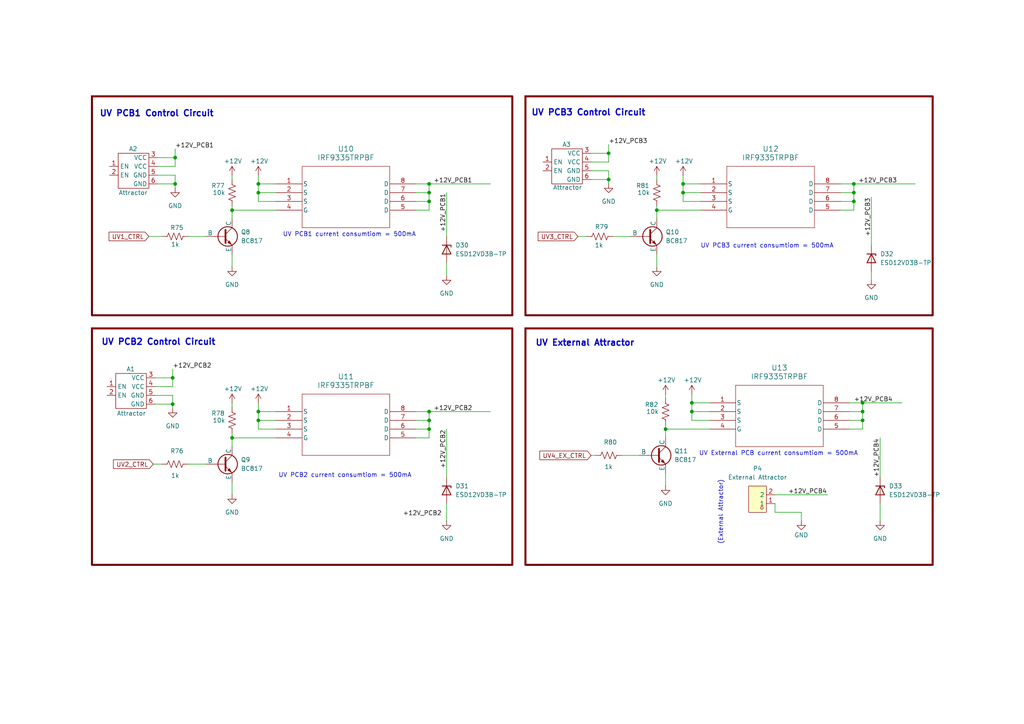
<source format=kicad_sch>
(kicad_sch (version 20250114) (generator "eeschema") (generator_version "9.0")
  (paper "A4")
  (lib_symbols
    (symbol "2025-05-03_11-59-41:IRF9335TRPBF" (pin_names (offset 0.254))
      (property "Reference" "U" (at 20.32 10.16 0))
      (property "Value" "IRF9335TRPBF" (at 20.32 7.62 0))
      (symbol "IRF9335TRPBF_0_1"
        (polyline (pts (xy 7.62 5.08) (xy 7.62 -12.7)) (stroke (width 0.127)))
        (polyline (pts (xy 7.62 -12.7) (xy 33.02 -12.7)) (stroke (width 0.127)))
        (polyline (pts (xy 33.02 5.08) (xy 7.62 5.08)) (stroke (width 0.127)))
        (polyline (pts (xy 33.02 -12.7) (xy 33.02 5.08)) (stroke (width 0.127)))
        (pin unspecified line (at 0 0 0) (length 7.62) (name "S") (number "1"))
        (pin unspecified line (at 0 -2.54 0) (length 7.62) (name "S") (number "2"))
        (pin unspecified line (at 0 -5.08 0) (length 7.62) (name "S") (number "3"))
        (pin unspecified line (at 0 -7.62 0) (length 7.62) (name "G") (number "4"))
        (pin unspecified line (at 40.64 0 180) (length 7.62) (name "D") (number "8"))
        (pin unspecified line (at 40.64 -2.54 180) (length 7.62) (name "D") (number "7"))
        (pin unspecified line (at 40.64 -5.08 180) (length 7.62) (name "D") (number "6"))
        (pin unspecified line (at 40.64 -7.62 180) (length 7.62) (name "D") (number "5"))
      )
    )
    (symbol "BC817:BC817_NPN_BJT" (pin_numbers (hide yes)) (pin_names (offset 0))
      (property "Reference" "Q" (at -2.54 7.62 0))
      (property "Value" "BC817_NPN_BJT" (at -2.54 5.08 0))
      (symbol "BC817_NPN_BJT_0_1"
        (polyline (pts (xy -2.54 0) (xy 0.635 0)) (stroke (width 0.1524)))
        (polyline (pts (xy 0.635 1.905) (xy 0.635 -1.905) (xy 0.635 -1.905)) (stroke (width 0.508)))
        (polyline (pts (xy 0.635 0.635) (xy 2.54 2.54)))
        (polyline (pts (xy 0.635 -0.635) (xy 2.54 -2.54) (xy 2.54 -2.54)))
        (circle (center 1.27 0) (radius 2.8194) (stroke (width 0.254)))
        (polyline (pts (xy 1.27 -1.778) (xy 1.778 -1.27) (xy 2.286 -2.286) (xy 1.27 -1.778) (xy 1.27 -1.778)) (fill (type outline)))
        (polyline (pts (xy 2.794 -1.27) (xy 2.794 -1.27)) (stroke (width 0.1524)))
        (polyline (pts (xy 2.794 -1.27) (xy 2.794 -1.27)) (stroke (width 0.1524)))
      )
      (symbol "BC817_NPN_BJT_1_1"
        (pin input line (at -5.08 0 0) (length 2.54) (name "B") (number "1"))
        (pin open_collector line (at 2.54 5.08 270) (length 2.54) (name "C") (number "3"))
        (pin open_emitter line (at 2.54 -5.08 90) (length 2.54) (name "E") (number "2"))
      )
    )
    (symbol "Device:R_US" (pin_numbers (hide yes)) (pin_names (offset 0))
      (property "Reference" "R" (at 2.54 0 90))
      (property "Value" "R_US" (at -2.54 0 90))
      (symbol "R_US_0_1"
        (polyline (pts (xy 0 2.286) (xy 0 2.54)))
        (polyline (pts (xy 0 2.286) (xy 1.016 1.905) (xy 0 1.524) (xy -1.016 1.143) (xy 0 0.762)))
        (polyline (pts (xy 0 0.762) (xy 1.016 0.381) (xy 0 0) (xy -1.016 -0.381) (xy 0 -0.762)))
        (polyline (pts (xy 0 -0.762) (xy 1.016 -1.143) (xy 0 -1.524) (xy -1.016 -1.905) (xy 0 -2.286)))
        (polyline (pts (xy 0 -2.286) (xy 0 -2.54)))
      )
      (symbol "R_US_1_1"
        (pin passive line (at 0 3.81 270) (length 1.27) (name "~") (number "1"))
        (pin passive line (at 0 -3.81 90) (length 1.27) (name "~") (number "2"))
      )
    )
    (symbol "Diode:ESD5Zxx" (pin_numbers (hide yes)) (pin_names (hide yes))
      (property "Reference" "D" (at 0 2.54 0))
      (property "Value" "ESD5Zxx" (at 0 -2.54 0))
      (symbol "ESD5Zxx_0_1"
        (polyline (pts (xy -1.27 -1.27) (xy -1.27 1.27) (xy -0.762 1.27)) (stroke (width 0.254)))
        (polyline (pts (xy 1.27 0) (xy -1.27 0)))
        (polyline (pts (xy 1.27 -1.27) (xy 1.27 1.27) (xy -1.27 0) (xy 1.27 -1.27)) (stroke (width 0.254)))
      )
      (symbol "ESD5Zxx_1_1"
        (pin passive line (at -3.81 0 0) (length 2.54) (name "K") (number "1"))
        (pin passive line (at 3.81 0 180) (length 2.54) (name "A") (number "2"))
      )
    )
    (symbol "attractor:Attractor_Module"
      (property "Reference" "A" (at 0.508 1.016 0))
      (symbol "Attractor_Module_0_1"
        (rectangle (start -3.81 0) (end 5.08 -10.16))
        (rectangle (start 0 0) (end 0 0))
      )
      (symbol "Attractor_Module_1_1"
        (pin input line (at -6.35 -3.81 0) (length 2.54) (name "EN") (number "1"))
        (pin input line (at -6.35 -6.35 0) (length 2.54) (name "EN") (number "2"))
        (pin input line (at 7.62 -1.27 180) (length 2.54) (name "VCC") (number "3"))
        (pin input line (at 7.62 -3.81 180) (length 2.54) (name "VCC") (number "4"))
        (pin input line (at 7.62 -6.35 180) (length 2.54) (name "GND") (number "5"))
        (pin input line (at 7.62 -8.89 180) (length 2.54) (name "GND") (number "6"))
      )
    )
    (symbol "easyeda2kicad:DB301V-3.5-2P-GN"
      (property "Reference" "U" (at 0 6.35 0))
      (property "Value" "DB301V-3.5-2P-GN" (at 0 -6.35 0))
      (symbol "DB301V-3.5-2P-GN_0_1"
        (rectangle (start -2.54 3.81) (end 2.54 -3.81) (fill (type background)))
        (circle (center -1.27 2.54) (radius 0.38))
        (pin unspecified line (at -5.08 1.27 0) (length 2.54) (name "1") (number "1"))
        (pin unspecified line (at -5.08 -1.27 0) (length 2.54) (name "2") (number "2"))
      )
    )
    (symbol "power:+12V" (power) (pin_numbers (hide yes)) (pin_names (offset 0) (hide yes))
      (property "Value" "+12V" (at 0 3.556 0))
      (symbol "+12V_0_1"
        (polyline (pts (xy -0.762 1.27) (xy 0 2.54)))
        (polyline (pts (xy 0 2.54) (xy 0.762 1.27)))
        (polyline (pts (xy 0 0) (xy 0 2.54)))
      )
      (symbol "+12V_1_1"
        (pin power_in line (at 0 0 90) (length 0) (name "~") (number "1"))
      )
    )
    (symbol "power:GND" (power) (pin_numbers (hide yes)) (pin_names (offset 0) (hide yes))
      (property "Value" "GND" (at 0 -3.81 0))
      (symbol "GND_0_1"
        (polyline (pts (xy 0 0) (xy 0 -1.27) (xy 1.27 -1.27) (xy 0 -2.54) (xy -1.27 -1.27) (xy 0 -1.27)))
      )
      (symbol "GND_1_1"
        (pin power_in line (at 0 0 270) (length 0) (name "~") (number "1"))
      )
    )
  )
  (rectangle (start 26.67 27.94) (end 148.59 91.44) (stroke (width 0.5842) (color 110 0 0 1)))
  (rectangle (start 152.4 27.94) (end 270.51 91.44) (stroke (width 0.5842) (color 110 0 0 1)))
  (rectangle (start 152.4 95.25) (end 270.51 163.83) (stroke (width 0.5842) (color 110 0 0 1)))
  (rectangle (start 26.67 95.25) (end 148.59 163.83) (stroke (width 0.5842) (color 110 0 0 1)))
  (text "UV External Attractor" (at 169.672 99.568 0) (effects (font (size 1.778 1.778) (thickness 0.3556) (bold yes))))
  (text "(External Attractor)" (at 209.042 148.59 90) (effects (font (size 1.27 1.27))))
  (text "UV PCB1 Control Circuit" (at 45.466 33.02 0) (effects (font (size 1.778 1.778) (thickness 0.3556) (bold yes))))
  (text "UV PCB3 Control Circuit" (at 170.688 32.766 0) (effects (font (size 1.778 1.778) (thickness 0.3556) (bold yes))))
  (text "UV PCB1 current consumtiom = 500mA" (at 101.346 68.072 0) (effects (font (size 1.27 1.27))))
  (text "UV PCB2 current consumtiom = 500mA" (at 100.076 137.922 0) (effects (font (size 1.27 1.27))))
  (text "UV PCB3 current consumtiom = 500mA" (at 222.504 71.374 0) (effects (font (size 1.27 1.27))))
  (text "UV PCB2 Control Circuit" (at 45.974 99.314 0) (effects (font (size 1.778 1.778) (thickness 0.3556) (bold yes))))
  (text "UV External PCB current consumtiom = 500mA" (at 225.806 131.572 0) (effects (font (size 1.27 1.27))))
  (junction (at 250.19 121.92))
  (junction (at 124.46 55.88))
  (junction (at 50.0835 109.5921))
  (junction (at 176.53 52.07))
  (junction (at 190.5 60.96))
  (junction (at 247.65 53.34))
  (junction (at 247.65 58.42))
  (junction (at 74.93 55.88))
  (junction (at 124.46 119.38))
  (junction (at 176.53 44.45))
  (junction (at 193.04 124.46))
  (junction (at 198.12 53.34))
  (junction (at 74.93 53.34))
  (junction (at 124.46 53.34))
  (junction (at 250.19 119.38))
  (junction (at 67.31 60.96))
  (junction (at 74.93 119.38))
  (junction (at 250.19 116.84))
  (junction (at 247.65 55.88))
  (junction (at 124.46 121.92))
  (junction (at 50.8 53.34))
  (junction (at 67.31 127))
  (junction (at 200.66 119.38))
  (junction (at 74.93 121.92))
  (junction (at 50.0835 117.2121))
  (junction (at 200.66 116.84))
  (junction (at 124.46 58.42))
  (junction (at 198.12 55.88))
  (junction (at 124.46 124.46))
  (junction (at 50.8 45.72))
  (wire (pts (xy 190.5 60.96) (xy 190.5 59.69)))
  (wire (pts (xy 67.31 60.96) (xy 67.31 63.5)))
  (wire (pts (xy 50.0835 117.2121) (xy 50.0835 114.6721)))
  (wire (pts (xy 243.84 58.42) (xy 247.65 58.42)))
  (wire (pts (xy 193.04 137.16) (xy 193.04 140.97)))
  (wire (pts (xy 67.31 60.96) (xy 67.31 59.69)))
  (wire (pts (xy 80.01 124.46) (xy 74.93 124.46)))
  (wire (pts (xy 203.2 53.34) (xy 198.12 53.34)))
  (wire (pts (xy 205.74 124.46) (xy 193.04 124.46)))
  (wire (pts (xy 190.5 50.8) (xy 190.5 52.07)))
  (wire (pts (xy 43.18 68.58) (xy 46.99 68.58)))
  (wire (pts (xy 50.0835 107.0521) (xy 50.0835 109.5921)))
  (wire (pts (xy 50.0835 118.4821) (xy 50.0835 117.2121)))
  (wire (pts (xy 232.41 148.59) (xy 224.79 148.59)))
  (wire (pts (xy 67.31 116.84) (xy 67.31 118.11)))
  (wire (pts (xy 224.79 143.51) (xy 240.03 143.51)))
  (wire (pts (xy 124.46 55.88) (xy 124.46 53.34)))
  (wire (pts (xy 243.84 60.96) (xy 247.65 60.96)))
  (wire (pts (xy 246.38 116.84) (xy 250.19 116.84)))
  (wire (pts (xy 193.04 124.46) (xy 193.04 127)))
  (wire (pts (xy 247.65 58.42) (xy 247.65 55.88)))
  (wire (pts (xy 74.93 121.92) (xy 74.93 119.38)))
  (wire (pts (xy 205.74 116.84) (xy 200.66 116.84)))
  (wire (pts (xy 243.84 55.88) (xy 247.65 55.88)))
  (wire (pts (xy 124.46 127) (xy 124.46 124.46)))
  (wire (pts (xy 203.2 60.96) (xy 190.5 60.96)))
  (wire (pts (xy 45.0035 109.5921) (xy 50.0835 109.5921)))
  (wire (pts (xy 45.0035 117.2121) (xy 50.0835 117.2121)))
  (wire (pts (xy 176.53 52.07) (xy 176.53 49.53)))
  (wire (pts (xy 176.53 41.91) (xy 176.53 44.45)))
  (wire (pts (xy 180.34 132.08) (xy 185.42 132.08)))
  (wire (pts (xy 255.27 127) (xy 255.27 138.43)))
  (wire (pts (xy 80.01 121.92) (xy 74.93 121.92)))
  (wire (pts (xy 129.54 68.58) (xy 129.54 55.88)))
  (wire (pts (xy 50.8 54.61) (xy 50.8 53.34)))
  (wire (pts (xy 232.41 151.13) (xy 232.41 148.59)))
  (wire (pts (xy 252.73 57.15) (xy 252.73 71.12)))
  (wire (pts (xy 50.0835 112.1321) (xy 50.0835 109.5921)))
  (wire (pts (xy 45.72 53.34) (xy 50.8 53.34)))
  (wire (pts (xy 67.31 139.7) (xy 67.31 143.51)))
  (wire (pts (xy 120.65 119.38) (xy 124.46 119.38)))
  (wire (pts (xy 80.01 119.38) (xy 74.93 119.38)))
  (wire (pts (xy 203.2 58.42) (xy 198.12 58.42)))
  (wire (pts (xy 120.65 55.88) (xy 124.46 55.88)))
  (wire (pts (xy 80.01 60.96) (xy 67.31 60.96)))
  (wire (pts (xy 171.45 44.45) (xy 176.53 44.45)))
  (wire (pts (xy 80.01 58.42) (xy 74.93 58.42)))
  (wire (pts (xy 45.72 45.72) (xy 50.8 45.72)))
  (wire (pts (xy 44.45 134.62) (xy 46.99 134.62)))
  (wire (pts (xy 203.2 55.88) (xy 198.12 55.88)))
  (wire (pts (xy 74.93 58.42) (xy 74.93 55.88)))
  (wire (pts (xy 224.79 146.05) (xy 224.79 148.59)))
  (wire (pts (xy 247.65 53.34) (xy 265.43 53.34)))
  (wire (pts (xy 177.8 68.58) (xy 182.88 68.58)))
  (wire (pts (xy 74.93 55.88) (xy 74.93 53.34)))
  (wire (pts (xy 50.8 43.18) (xy 50.8 45.72)))
  (wire (pts (xy 246.38 121.92) (xy 250.19 121.92)))
  (wire (pts (xy 252.73 78.74) (xy 252.73 81.28)))
  (wire (pts (xy 50.8 50.8) (xy 45.72 50.8)))
  (wire (pts (xy 120.65 58.42) (xy 124.46 58.42)))
  (wire (pts (xy 190.5 73.66) (xy 190.5 77.47)))
  (wire (pts (xy 74.93 124.46) (xy 74.93 121.92)))
  (wire (pts (xy 124.46 119.38) (xy 142.24 119.38)))
  (wire (pts (xy 120.65 124.46) (xy 124.46 124.46)))
  (wire (pts (xy 124.46 124.46) (xy 124.46 121.92)))
  (wire (pts (xy 200.66 121.92) (xy 200.66 119.38)))
  (wire (pts (xy 176.53 53.34) (xy 176.53 52.07)))
  (wire (pts (xy 200.66 119.38) (xy 200.66 116.84)))
  (wire (pts (xy 198.12 53.34) (xy 198.12 50.8)))
  (wire (pts (xy 54.61 68.58) (xy 59.69 68.58)))
  (wire (pts (xy 50.0835 114.6721) (xy 45.0035 114.6721)))
  (wire (pts (xy 67.31 50.8) (xy 67.31 52.07)))
  (wire (pts (xy 120.65 121.92) (xy 124.46 121.92)))
  (wire (pts (xy 74.93 53.34) (xy 74.93 50.8)))
  (wire (pts (xy 200.66 116.84) (xy 200.66 114.3)))
  (wire (pts (xy 171.45 52.07) (xy 176.53 52.07)))
  (wire (pts (xy 67.31 127) (xy 67.31 129.54)))
  (wire (pts (xy 50.8 53.34) (xy 50.8 50.8)))
  (wire (pts (xy 250.19 119.38) (xy 250.19 116.84)))
  (wire (pts (xy 246.38 119.38) (xy 250.19 119.38)))
  (wire (pts (xy 67.31 127) (xy 67.31 125.73)))
  (wire (pts (xy 129.54 76.2) (xy 129.54 80.01)))
  (wire (pts (xy 243.84 53.34) (xy 247.65 53.34)))
  (wire (pts (xy 205.74 119.38) (xy 200.66 119.38)))
  (wire (pts (xy 80.01 53.34) (xy 74.93 53.34)))
  (wire (pts (xy 198.12 58.42) (xy 198.12 55.88)))
  (wire (pts (xy 129.54 124.46) (xy 129.54 138.43)))
  (wire (pts (xy 255.27 146.05) (xy 255.27 151.13)))
  (wire (pts (xy 120.65 127) (xy 124.46 127)))
  (wire (pts (xy 50.8 48.26) (xy 50.8 45.72)))
  (wire (pts (xy 74.93 119.38) (xy 74.93 116.84)))
  (wire (pts (xy 176.53 46.99) (xy 176.53 44.45)))
  (wire (pts (xy 246.38 124.46) (xy 250.19 124.46)))
  (wire (pts (xy 124.46 60.96) (xy 124.46 58.42)))
  (wire (pts (xy 80.01 55.88) (xy 74.93 55.88)))
  (wire (pts (xy 193.04 114.3) (xy 193.04 115.57)))
  (wire (pts (xy 193.04 124.46) (xy 193.04 123.19)))
  (wire (pts (xy 54.61 134.62) (xy 59.69 134.62)))
  (wire (pts (xy 247.65 60.96) (xy 247.65 58.42)))
  (wire (pts (xy 124.46 121.92) (xy 124.46 119.38)))
  (wire (pts (xy 198.12 55.88) (xy 198.12 53.34)))
  (wire (pts (xy 250.19 124.46) (xy 250.19 121.92)))
  (wire (pts (xy 205.74 121.92) (xy 200.66 121.92)))
  (wire (pts (xy 176.53 49.53) (xy 171.45 49.53)))
  (wire (pts (xy 250.19 121.92) (xy 250.19 119.38)))
  (wire (pts (xy 167.64 68.58) (xy 170.18 68.58)))
  (wire (pts (xy 67.31 73.66) (xy 67.31 77.47)))
  (wire (pts (xy 190.5 60.96) (xy 190.5 63.5)))
  (wire (pts (xy 45.0035 112.1321) (xy 50.0835 112.1321)))
  (wire (pts (xy 124.46 58.42) (xy 124.46 55.88)))
  (wire (pts (xy 45.72 48.26) (xy 50.8 48.26)))
  (wire (pts (xy 120.65 53.34) (xy 124.46 53.34)))
  (wire (pts (xy 247.65 55.88) (xy 247.65 53.34)))
  (wire (pts (xy 129.54 146.05) (xy 129.54 151.13)))
  (wire (pts (xy 80.01 127) (xy 67.31 127)))
  (wire (pts (xy 120.65 60.96) (xy 124.46 60.96)))
  (wire (pts (xy 171.45 132.08) (xy 172.72 132.08)))
  (wire (pts (xy 124.46 53.34) (xy 142.24 53.34)))
  (wire (pts (xy 171.45 46.99) (xy 176.53 46.99)))
  (wire (pts (xy 250.19 116.84) (xy 261.62 116.84)))
  (label "+12V_PCB2" (at 129.54 135.89 90))
  (label "+12V_PCB4" (at 228.6 143.51 0))
  (label "+12V_PCB4" (at 247.65 116.84 0))
  (label "+12V_PCB1" (at 50.8 43.18 0))
  (label "+12V_PCB3" (at 248.92 53.34 0))
  (label "+12V_PCB2" (at 116.84 149.86 0))
  (label "+12V_PCB3" (at 176.53 41.91 0))
  (label "+12V_PCB4" (at 255.27 138.43 90))
  (label "+12V_PCB1" (at 129.54 67.31 90))
  (label "+12V_PCB2" (at 50.0835 107.0521 0))
  (label "+12V_PCB2" (at 125.73 119.38 0))
  (label "+12V_PCB3" (at 252.73 68.58 90))
  (label "+12V_PCB1" (at 125.73 53.34 0))
  (global_label "UV1_CTRL" (shape input) (at 43.18 68.58 180) (property "Intersheetrefs" "${INTERSHEET_REFS}" (effects (hide yes))))
  (global_label "UV4_EX_CTRL" (shape input) (at 171.45 132.08 180) (property "Intersheetrefs" "${INTERSHEET_REFS}" (effects (hide yes))))
  (global_label "UV2_CTRL" (shape input) (at 44.45 134.62 180) (property "Intersheetrefs" "${INTERSHEET_REFS}" (effects (hide yes))))
  (global_label "UV3_CTRL" (shape input) (at 167.64 68.58 180) (property "Intersheetrefs" "${INTERSHEET_REFS}" (effects (hide yes))))
  (symbol (lib_id "2025-05-03_11-59-41:IRF9335TRPBF") (at 203.2 53.34 0) (unit 1)
    (property "Reference" "U12" (at 223.52 43.18 0) (effects (font (size 1.524 1.524))))
    (property "Value" "IRF9335TRPBF" (at 223.52 45.72 0) (effects (font (size 1.524 1.524))))
    (property "Footprint" "Package_SO:SOIC-8_3.9x4.9mm_P1.27mm" (effects (hide yes)))
    (property "Datasheet" "IRF9335TRPBF" (effects (hide yes)))
    (property "Description" "P-Channel 30 V 5.4A (Ta) 2.5W (Ta) Surface Mount 8-SO" (effects (hide yes)))
    (property "LCSC Part no " "C41355033" (effects (hide yes)))
    (property "Digikey Part No" "IRF9335TRPBF" (effects (hide yes)))
  )
  (symbol (lib_id "power:GND") (at 129.54 80.01 0) (unit 1)
    (property "Reference" "#PWR090" (effects (hide yes)))
    (property "Value" "GND" (at 129.54 85.09 0))
    (property "Description" "Power symbol creates a global label with name \"GND\" , ground" (effects (hide yes)))
  )
  (symbol (lib_id "BC817:BC817_NPN_BJT") (at 64.77 68.58 0) (unit 1)
    (property "Reference" "Q8" (at 69.85 67.3099 0) (effects (justify left)))
    (property "Value" "BC817" (at 69.85 69.8499 0) (effects (justify left)))
    (property "Footprint" "Package_TO_SOT_SMD:SOT-23" (effects (hide yes)))
    (property "Datasheet" "https://ngspice.sourceforge.io/docs/ngspice-html-manual/manual.xhtml#cha_BJTs" (effects (hide yes)))
    (property "Description" "Bipolar transistor symbol for simulation only, substrate tied to the emitter" (effects (hide yes)))
    (property "Sim.Device" "NPN" (effects (hide yes)))
    (property "Sim.Type" "GUMMELPOON" (effects (hide yes)))
    (property "Sim.Pins" "1=C 2=B 3=E" (effects (hide yes)))
    (property "LCSC Part no " "C39828" (effects (hide yes)))
  )
  (symbol (lib_id "Device:R_US") (at 190.5 55.88 180) (unit 1)
    (property "Reference" "R81" (at 186.436 53.848 0))
    (property "Value" "10k" (at 186.69 55.88 0))
    (property "Footprint" "Resistor_SMD:R_0805_2012Metric" (effects (hide yes)))
    (property "Description" "125mW Thick Film Resistors 150V ±100ppm/℃ ±1% 10kΩ 0805 Chip Resistor - Surface Mount ROHS" (effects (hide yes)))
    (property "LCSC Part no " "C84376" (effects (hide yes)))
  )
  (symbol (lib_id "power:+12V") (at 200.66 114.3 0) (unit 1)
    (property "Reference" "#PWR098" (effects (hide yes)))
    (property "Value" "+12V" (at 200.914 110.236 0))
    (property "Description" "Power symbol creates a global label with name \"+12V\"" (effects (hide yes)))
  )
  (symbol (lib_id "easyeda2kicad:DB301V-3.5-2P-GN") (at 219.71 144.78 180) (unit 1)
    (property "Reference" "P4" (at 219.71 135.89 0))
    (property "Value" "External Attractor" (at 219.71 138.43 0))
    (property "Footprint" "easyeda2kicad:CONN-TH_DB301V-3.5-2P-GN" (effects (hide yes)))
    (property "Datasheet" "https://lcsc.com/product-detail/Wire-To-Board-Wire-To-Wire-Connector_DIBO-DB301V-3-5-2P-GN_C695629.html" (effects (hide yes)))
    (property "LCSC Part" "C695629" (effects (hide yes)))
  )
  (symbol (lib_id "power:+12V") (at 67.31 116.84 0) (unit 1)
    (property "Reference" "#PWR086" (effects (hide yes)))
    (property "Value" "+12V" (at 67.564 112.776 0))
    (property "Description" "Power symbol creates a global label with name \"+12V\"" (effects (hide yes)))
  )
  (symbol (lib_id "power:GND") (at 190.5 77.47 0) (unit 1)
    (property "Reference" "#PWR094" (effects (hide yes)))
    (property "Value" "GND" (at 190.5 82.55 0))
    (property "Description" "Power symbol creates a global label with name \"GND\" , ground" (effects (hide yes)))
  )
  (symbol (lib_id "power:GND") (at 252.73 81.28 0) (unit 1)
    (property "Reference" "#PWR0101" (effects (hide yes)))
    (property "Value" "GND" (at 252.73 86.36 0))
    (property "Description" "Power symbol creates a global label with name \"GND\" , ground" (effects (hide yes)))
  )
  (symbol (lib_id "BC817:BC817_NPN_BJT") (at 64.77 134.62 0) (unit 1)
    (property "Reference" "Q9" (at 69.85 133.3499 0) (effects (justify left)))
    (property "Value" "BC817" (at 69.85 135.8899 0) (effects (justify left)))
    (property "Footprint" "Package_TO_SOT_SMD:SOT-23" (effects (hide yes)))
    (property "Datasheet" "https://ngspice.sourceforge.io/docs/ngspice-html-manual/manual.xhtml#cha_BJTs" (effects (hide yes)))
    (property "Description" "Bipolar transistor symbol for simulation only, substrate tied to the emitter" (effects (hide yes)))
    (property "Sim.Device" "NPN" (effects (hide yes)))
    (property "Sim.Type" "GUMMELPOON" (effects (hide yes)))
    (property "Sim.Pins" "1=C 2=B 3=E" (effects (hide yes)))
    (property "LCSC Part no " "C39828" (effects (hide yes)))
  )
  (symbol (lib_id "power:GND") (at 67.31 77.47 0) (unit 1)
    (property "Reference" "#PWR085" (effects (hide yes)))
    (property "Value" "GND" (at 67.31 82.55 0))
    (property "Description" "Power symbol creates a global label with name \"GND\" , ground" (effects (hide yes)))
  )
  (symbol (lib_id "Diode:ESD5Zxx") (at 129.54 142.24 270) (unit 1)
    (property "Reference" "D31" (at 132.08 140.9699 90) (effects (justify left)))
    (property "Value" "ESD12VD3B-TP" (at 132.08 143.5099 90) (effects (justify left)))
    (property "Footprint" "Diode_SMD:D_SOD-323" (effects (hide yes)))
    (property "Datasheet" "https://www.lcsc.com/datasheet/lcsc_datasheet_2410121813_MCC-Micro-Commercial-Components-ESD12VD3B-TP_C435886.pdf" (effects (hide yes)))
    (property "Description" "15.5V 350W 13.5V 12V SOD-323 ESD and Surge Protection (TVS/ESD) ROHS" (effects (hide yes)))
    (property "LCSC Part no " "C435886" (effects (hide yes)))
  )
  (symbol (lib_id "power:+12V") (at 198.12 50.8 0) (unit 1)
    (property "Reference" "#PWR097" (effects (hide yes)))
    (property "Value" "+12V" (at 198.374 46.736 0))
    (property "Description" "Power symbol creates a global label with name \"+12V\"" (effects (hide yes)))
  )
  (symbol (lib_id "power:+12V") (at 74.93 50.8 0) (unit 1)
    (property "Reference" "#PWR088" (effects (hide yes)))
    (property "Value" "+12V" (at 75.184 46.736 0))
    (property "Description" "Power symbol creates a global label with name \"+12V\"" (effects (hide yes)))
  )
  (symbol (lib_id "Device:R_US") (at 50.8 134.62 270) (unit 1)
    (property "Reference" "R76" (at 51.308 130.81 90))
    (property "Value" "1k" (at 50.8 137.922 90))
    (property "Footprint" "Resistor_SMD:R_0805_2012Metric" (effects (hide yes)))
    (property "Description" "125mW Thick Film Resistors 150V ±100ppm/℃ ±1% 1kΩ 0805 Chip Resistor - Surface Mount ROHS" (effects (hide yes)))
    (property "LCSC Part no " "C95781" (effects (hide yes)))
  )
  (symbol (lib_id "Device:R_US") (at 50.8 68.58 270) (unit 1)
    (property "Reference" "R75" (at 51.308 66.04 90))
    (property "Value" "1k" (at 50.8 70.866 90))
    (property "Footprint" "Resistor_SMD:R_0805_2012Metric" (effects (hide yes)))
    (property "Description" "125mW Thick Film Resistors 150V ±100ppm/℃ ±1% 1kΩ 0805 Chip Resistor - Surface Mount ROHS" (effects (hide yes)))
    (property "LCSC Part no " "C95781" (effects (hide yes)))
  )
  (symbol (lib_id "power:+12V") (at 190.5 50.8 0) (unit 1)
    (property "Reference" "#PWR093" (effects (hide yes)))
    (property "Value" "+12V" (at 190.754 46.736 0))
    (property "Description" "Power symbol creates a global label with name \"+12V\"" (effects (hide yes)))
  )
  (symbol (lib_id "attractor:Attractor_Module") (at 38.1 44.45 0) (unit 1)
    (property "Reference" "A2" (at 38.608 43.18 0))
    (property "Value" "Attractor" (at 38.608 55.88 0))
    (property "Footprint" "Attractor:attractor" (effects (hide yes)))
    (property "LCSC Part no " "C49661" (effects (hide yes)))
  )
  (symbol (lib_id "2025-05-03_11-59-41:IRF9335TRPBF") (at 205.74 116.84 0) (unit 1)
    (property "Reference" "U13" (at 226.06 106.68 0) (effects (font (size 1.524 1.524))))
    (property "Value" "IRF9335TRPBF" (at 226.06 109.22 0) (effects (font (size 1.524 1.524))))
    (property "Footprint" "Package_SO:SOIC-8_3.9x4.9mm_P1.27mm" (effects (hide yes)))
    (property "Datasheet" "IRF9335TRPBF" (effects (hide yes)))
    (property "Description" "P-Channel 30 V 5.4A (Ta) 2.5W (Ta) Surface Mount 8-SO" (effects (hide yes)))
    (property "LCSC Part no " "C41355033" (effects (hide yes)))
    (property "Digikey Part No" "IRF9335TRPBF" (effects (hide yes)))
  )
  (symbol (lib_id "power:GND") (at 129.54 151.13 0) (unit 1)
    (property "Reference" "#PWR091" (effects (hide yes)))
    (property "Value" "GND" (at 129.54 156.21 0))
    (property "Description" "Power symbol creates a global label with name \"GND\" , ground" (effects (hide yes)))
  )
  (symbol (lib_id "power:GND") (at 50.0835 118.4821 0) (unit 1)
    (property "Reference" "#PWR082" (effects (hide yes)))
    (property "Value" "GND" (at 50.0835 123.5621 0))
    (property "Description" "Power symbol creates a global label with name \"GND\" , ground" (effects (hide yes)))
  )
  (symbol (lib_id "Device:R_US") (at 176.53 132.08 270) (unit 1)
    (property "Reference" "R80" (at 177.038 128.27 90))
    (property "Value" "1k" (at 176.53 135.382 90))
    (property "Footprint" "Resistor_SMD:R_0805_2012Metric" (effects (hide yes)))
    (property "Description" "125mW Thick Film Resistors 150V ±100ppm/℃ ±1% 1kΩ 0805 Chip Resistor - Surface Mount ROHS" (effects (hide yes)))
    (property "LCSC Part no " "C95781" (effects (hide yes)))
  )
  (symbol (lib_id "power:GND") (at 50.8 54.61 0) (unit 1)
    (property "Reference" "#PWR083" (effects (hide yes)))
    (property "Value" "GND" (at 50.8 59.69 0))
    (property "Description" "Power symbol creates a global label with name \"GND\" , ground" (effects (hide yes)))
  )
  (symbol (lib_id "BC817:BC817_NPN_BJT") (at 187.96 68.58 0) (unit 1)
    (property "Reference" "Q10" (at 193.04 67.3099 0) (effects (justify left)))
    (property "Value" "BC817" (at 193.04 69.8499 0) (effects (justify left)))
    (property "Footprint" "Package_TO_SOT_SMD:SOT-23" (effects (hide yes)))
    (property "Datasheet" "https://ngspice.sourceforge.io/docs/ngspice-html-manual/manual.xhtml#cha_BJTs" (effects (hide yes)))
    (property "Description" "Bipolar transistor symbol for simulation only, substrate tied to the emitter" (effects (hide yes)))
    (property "Sim.Device" "NPN" (effects (hide yes)))
    (property "Sim.Type" "GUMMELPOON" (effects (hide yes)))
    (property "Sim.Pins" "1=C 2=B 3=E" (effects (hide yes)))
    (property "LCSC Part no " "C39828" (effects (hide yes)))
  )
  (symbol (lib_id "Device:R_US") (at 67.31 121.92 180) (unit 1)
    (property "Reference" "R78" (at 63.246 119.888 0))
    (property "Value" "10k" (at 63.5 121.92 0))
    (property "Footprint" "Resistor_SMD:R_0805_2012Metric" (effects (hide yes)))
    (property "Description" "125mW Thick Film Resistors 150V ±100ppm/℃ ±1% 10kΩ 0805 Chip Resistor - Surface Mount ROHS" (effects (hide yes)))
    (property "LCSC Part no " "C84376" (effects (hide yes)))
  )
  (symbol (lib_id "Diode:ESD5Zxx") (at 252.73 74.93 270) (unit 1)
    (property "Reference" "D32" (at 255.27 73.6599 90) (effects (justify left)))
    (property "Value" "ESD12VD3B-TP" (at 255.27 76.1999 90) (effects (justify left)))
    (property "Footprint" "Diode_SMD:D_SOD-323" (effects (hide yes)))
    (property "Datasheet" "https://www.lcsc.com/datasheet/lcsc_datasheet_2410121813_MCC-Micro-Commercial-Components-ESD12VD3B-TP_C435886.pdf" (effects (hide yes)))
    (property "Description" "15.5V 350W 13.5V 12V SOD-323 ESD and Surge Protection (TVS/ESD) ROHS" (effects (hide yes)))
    (property "LCSC Part no " "C435886" (effects (hide yes)))
  )
  (symbol (lib_id "power:GND") (at 176.53 53.34 0) (unit 1)
    (property "Reference" "#PWR092" (effects (hide yes)))
    (property "Value" "GND" (at 176.53 58.42 0))
    (property "Description" "Power symbol creates a global label with name \"GND\" , ground" (effects (hide yes)))
  )
  (symbol (lib_id "Diode:ESD5Zxx") (at 129.54 72.39 270) (unit 1)
    (property "Reference" "D30" (at 132.08 71.1199 90) (effects (justify left)))
    (property "Value" "ESD12VD3B-TP" (at 132.08 73.6599 90) (effects (justify left)))
    (property "Footprint" "Diode_SMD:D_SOD-323" (effects (hide yes)))
    (property "Datasheet" "https://www.lcsc.com/datasheet/lcsc_datasheet_2410121813_MCC-Micro-Commercial-Components-ESD12VD3B-TP_C435886.pdf" (effects (hide yes)))
    (property "Description" "15.5V 350W 13.5V 12V SOD-323 ESD and Surge Protection (TVS/ESD) ROHS" (effects (hide yes)))
    (property "LCSC Part no " "C435886" (effects (hide yes)))
  )
  (symbol (lib_id "power:GND") (at 193.04 140.97 0) (unit 1)
    (property "Reference" "#PWR096" (effects (hide yes)))
    (property "Value" "GND" (at 193.04 146.05 0))
    (property "Description" "Power symbol creates a global label with name \"GND\" , ground" (effects (hide yes)))
  )
  (symbol (lib_id "power:+12V") (at 74.93 116.84 0) (unit 1)
    (property "Reference" "#PWR089" (effects (hide yes)))
    (property "Value" "+12V" (at 75.184 112.776 0))
    (property "Description" "Power symbol creates a global label with name \"+12V\"" (effects (hide yes)))
  )
  (symbol (lib_id "Device:R_US") (at 193.04 119.38 180) (unit 1)
    (property "Reference" "R82" (at 188.976 117.348 0))
    (property "Value" "10k" (at 189.23 119.38 0))
    (property "Footprint" "Resistor_SMD:R_0805_2012Metric" (effects (hide yes)))
    (property "Description" "125mW Thick Film Resistors 150V ±100ppm/℃ ±1% 10kΩ 0805 Chip Resistor - Surface Mount ROHS" (effects (hide yes)))
    (property "LCSC Part no " "C84376" (effects (hide yes)))
  )
  (symbol (lib_id "power:+12V") (at 193.04 114.3 0) (unit 1)
    (property "Reference" "#PWR095" (effects (hide yes)))
    (property "Value" "+12V" (at 193.294 110.236 0))
    (property "Description" "Power symbol creates a global label with name \"+12V\"" (effects (hide yes)))
  )
  (symbol (lib_id "attractor:Attractor_Module") (at 37.3835 108.3221 0) (unit 1)
    (property "Reference" "A1" (at 37.8915 107.0521 0))
    (property "Value" "Attractor" (at 38.1 119.888 0))
    (property "Footprint" "Attractor:attractor" (effects (hide yes)))
    (property "LCSC Part no " "C49661" (effects (hide yes)))
  )
  (symbol (lib_id "2025-05-03_11-59-41:IRF9335TRPBF") (at 80.01 53.34 0) (unit 1)
    (property "Reference" "U10" (at 100.33 43.18 0) (effects (font (size 1.524 1.524))))
    (property "Value" "IRF9335TRPBF" (at 100.33 45.72 0) (effects (font (size 1.524 1.524))))
    (property "Footprint" "Package_SO:SOIC-8_3.9x4.9mm_P1.27mm" (effects (hide yes)))
    (property "Datasheet" "IRF9335TRPBF" (effects (hide yes)))
    (property "Description" "P-Channel 30 V 5.4A (Ta) 2.5W (Ta) Surface Mount 8-SO" (effects (hide yes)))
    (property "LCSC Part no " "C41355033" (effects (hide yes)))
    (property "Digikey Part No" "IRF9335TRPBF" (effects (hide yes)))
  )
  (symbol (lib_id "BC817:BC817_NPN_BJT") (at 190.5 132.08 0) (unit 1)
    (property "Reference" "Q11" (at 195.58 130.8099 0) (effects (justify left)))
    (property "Value" "BC817" (at 195.58 133.3499 0) (effects (justify left)))
    (property "Footprint" "Package_TO_SOT_SMD:SOT-23" (effects (hide yes)))
    (property "Datasheet" "https://ngspice.sourceforge.io/docs/ngspice-html-manual/manual.xhtml#cha_BJTs" (effects (hide yes)))
    (property "Description" "Bipolar transistor symbol for simulation only, substrate tied to the emitter" (effects (hide yes)))
    (property "Sim.Device" "NPN" (effects (hide yes)))
    (property "Sim.Type" "GUMMELPOON" (effects (hide yes)))
    (property "Sim.Pins" "1=C 2=B 3=E" (effects (hide yes)))
    (property "LCSC Part no " "C39828" (effects (hide yes)))
  )
  (symbol (lib_id "attractor:Attractor_Module") (at 163.83 43.18 0) (unit 1)
    (property "Reference" "A3" (at 164.338 41.91 0))
    (property "Value" "Attractor" (at 164.592 54.356 0))
    (property "Footprint" "Attractor:attractor" (effects (hide yes)))
    (property "LCSC Part no " "C49661" (effects (hide yes)))
  )
  (symbol (lib_id "Diode:ESD5Zxx") (at 255.27 142.24 270) (unit 1)
    (property "Reference" "D33" (at 257.81 140.9699 90) (effects (justify left)))
    (property "Value" "ESD12VD3B-TP" (at 257.81 143.5099 90) (effects (justify left)))
    (property "Footprint" "Diode_SMD:D_SOD-323" (effects (hide yes)))
    (property "Datasheet" "https://www.lcsc.com/datasheet/lcsc_datasheet_2410121813_MCC-Micro-Commercial-Components-ESD12VD3B-TP_C435886.pdf" (effects (hide yes)))
    (property "Description" "15.5V 350W 13.5V 12V SOD-323 ESD and Surge Protection (TVS/ESD) ROHS" (effects (hide yes)))
    (property "LCSC Part no " "C435886" (effects (hide yes)))
  )
  (symbol (lib_id "Device:R_US") (at 173.99 68.58 270) (unit 1)
    (property "Reference" "R79" (at 174.498 65.786 90))
    (property "Value" "1k" (at 173.736 71.12 90))
    (property "Footprint" "Resistor_SMD:R_0805_2012Metric" (effects (hide yes)))
    (property "Description" "125mW Thick Film Resistors 150V ±100ppm/℃ ±1% 1kΩ 0805 Chip Resistor - Surface Mount ROHS" (effects (hide yes)))
    (property "LCSC Part no " "C95781" (effects (hide yes)))
  )
  (symbol (lib_id "power:GND") (at 67.31 143.51 0) (unit 1)
    (property "Reference" "#PWR087" (effects (hide yes)))
    (property "Value" "GND" (at 67.31 148.59 0))
    (property "Description" "Power symbol creates a global label with name \"GND\" , ground" (effects (hide yes)))
  )
  (symbol (lib_id "2025-05-03_11-59-41:IRF9335TRPBF") (at 80.01 119.38 0) (unit 1)
    (property "Reference" "U11" (at 100.33 109.22 0) (effects (font (size 1.524 1.524))))
    (property "Value" "IRF9335TRPBF" (at 100.33 111.76 0) (effects (font (size 1.524 1.524))))
    (property "Footprint" "Package_SO:SOIC-8_3.9x4.9mm_P1.27mm" (effects (hide yes)))
    (property "Datasheet" "IRF9335TRPBF" (effects (hide yes)))
    (property "Description" "P-Channel 30 V 5.4A (Ta) 2.5W (Ta) Surface Mount 8-SO" (effects (hide yes)))
    (property "LCSC Part no " "C41355033" (effects (hide yes)))
    (property "Digikey Part No" "IRF9335TRPBF" (effects (hide yes)))
  )
  (symbol (lib_id "power:GND") (at 255.27 151.13 0) (unit 1)
    (property "Reference" "#PWR0102" (effects (hide yes)))
    (property "Value" "GND" (at 255.27 156.21 0))
    (property "Description" "Power symbol creates a global label with name \"GND\" , ground" (effects (hide yes)))
  )
  (symbol (lib_id "power:+12V") (at 67.31 50.8 0) (unit 1)
    (property "Reference" "#PWR084" (effects (hide yes)))
    (property "Value" "+12V" (at 67.564 46.736 0))
    (property "Description" "Power symbol creates a global label with name \"+12V\"" (effects (hide yes)))
  )
  (symbol (lib_id "power:GND") (at 232.41 151.13 0) (unit 1)
    (property "Reference" "#PWR0100" (effects (hide yes)))
    (property "Value" "GND" (at 232.41 155.194 0))
    (property "Description" "Power symbol creates a global label with name \"GND\" , ground" (effects (hide yes)))
  )
  (symbol (lib_id "Device:R_US") (at 67.31 55.88 180) (unit 1)
    (property "Reference" "R77" (at 63.246 53.848 0))
    (property "Value" "10k" (at 63.5 55.88 0))
    (property "Footprint" "Resistor_SMD:R_0805_2012Metric" (effects (hide yes)))
    (property "Description" "125mW Thick Film Resistors 150V ±100ppm/℃ ±1% 10kΩ 0805 Chip Resistor - Surface Mount ROHS" (effects (hide yes)))
    (property "LCSC Part no " "C84376" (effects (hide yes)))
  )
)
</source>
